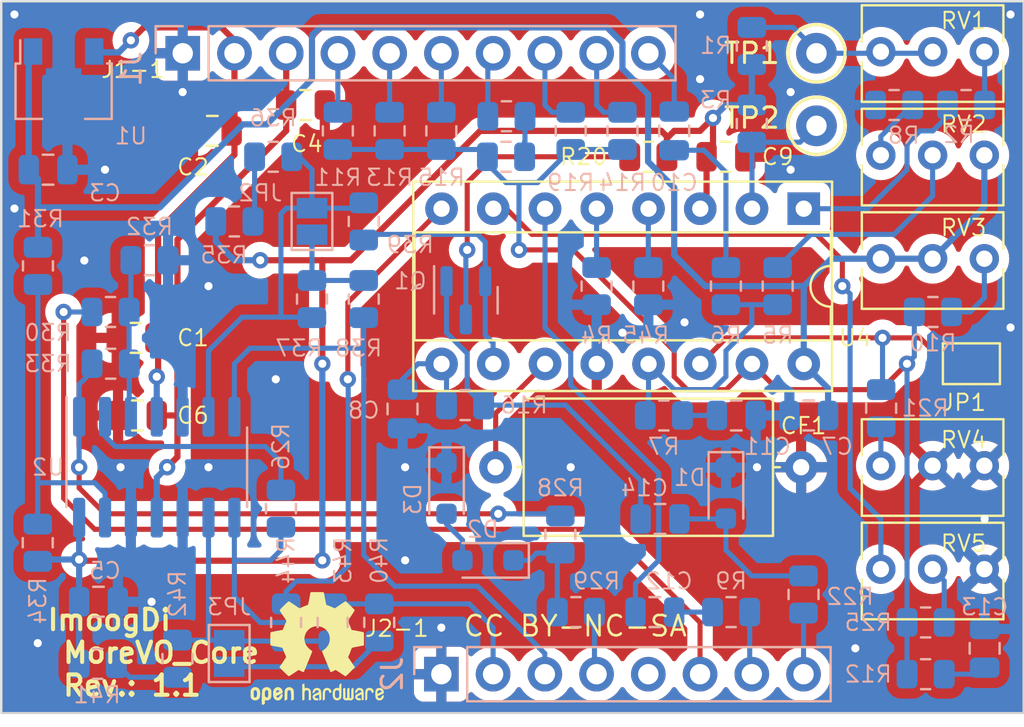
<source format=kicad_pcb>
(kicad_pcb (version 20221018) (generator pcbnew)
  (title_block (title "MoreVO-Core") (date "2024-07-09") (rev "1.1") (company "ImoogDi") (comment 1 "CC BY-NC-SA"))
  (layers (0 "F.Cu" signal) (31 "B.Cu" signal) (34 "B.Paste" user) (35 "F.Paste" user) (36 "B.SilkS" user "B.Silkscreen") (37 "F.SilkS" user "F.Silkscreen") (38 "B.Mask" user) (39 "F.Mask" user) (44 "Edge.Cuts" user))
  (net 0 "")
  (net 1 "Net-(C10-Pad1)")
  (net 2 "/Input_Conditioner/Linear FM In")
  (net 3 "GND")
  (net 4 "Net-(C11-Pad2)")
  (net 5 "Net-(C12-Pad1)")
  (net 6 "Net-(C13-Pad2)")
  (net 7 "/Input_Conditioner/Hard Sync")
  (net 8 "/Uref")
  (net 9 "-5V")
  (net 10 "+12V")
  (net 11 "-12V")
  (net 12 "+10V")
  (net 13 "Net-(D2-K)")
  (net 14 "Net-(U4-CAP)")
  (net 15 "Sync_Soft")
  (net 16 "/Output_Conditioner/Puls_Out")
  (net 17 "Net-(D2-A)")
  (net 18 "Net-(U2A--)")
  (net 19 "/Input_Conditioner/Tune")
  (net 20 "/Input_Conditioner/Tune2")
  (net 21 "/Input_Conditioner/1V{slash}Oct.")
  (net 22 "/Input_Conditioner/Oct.1")
  (net 23 "/Input_Conditioner/Oct.2")
  (net 24 "/Input_Conditioner/FM Log")
  (net 25 "/Output_Conditioner/TRI_Out")
  (net 26 "/Output_Conditioner/SAW_Out")
  (net 28 "/Output_Conditioner/PWM_CTRL")
  (net 29 "Sync_Hard")
  (net 30 "/Input_Conditioner/Scale")
  (net 31 "Net-(JP2-A)")
  (net 32 "Net-(JP2-B)")
  (net 33 "Net-(JP3-A)")
  (net 34 "Net-(JP3-B)")
  (net 35 "TRI")
  (net 36 "Net-(Q1-C)")
  (net 37 "Net-(R1-Pad2)")
  (net 38 "/Input_Conditioner/Scale Adj. 2")
  (net 39 "Net-(R2-Pad1)")
  (net 40 "/Input_Conditioner/Scale Adj. 1")
  (net 41 "Net-(R5-Pad1)")
  (net 42 "/Input_Conditioner/Linear FM")
  (net 43 "Net-(R8-Pad2)")
  (net 44 "Net-(R10-Pad1)")
  (net 45 "Net-(R17-Pad2)")
  (net 46 "Freq. Control")
  (net 47 "Net-(R21-Pad1)")
  (net 48 "/Output_Conditioner/SAW")
  (net 49 "Net-(R25-Pad1)")
  (net 50 "/Input_Conditioner/PWM Control")
  (net 51 "Net-(R28-Pad1)")
  (net 52 "/Input_Conditioner/High Freq Track")
  (net 53 "Net-(U2A-+)")
  (net 54 "Net-(U2D--)")
  (net 55 "/Output_Conditioner/Puls")
  (net 56 "Net-(R35-Pad2)")
  (net 57 "Net-(R41-Pad2)")
  (net 58 "Net-(Q1-B)")
  (net 59 "Net-(D1-A)")
  (footprint "Capacitor_SMD:C_0805_2012Metric" (layer "F.Cu") (at 162.56 58.42 180)
    (fp_text reference "C9")
    (fp_text value "100nF" hide)
  )
  (footprint "Potentiometer_THT:Potentiometer_Bourns_3266Y_Vertical" (layer "F.Cu") (at 175.245 78.665)
    (fp_text reference "RV5")
    (fp_text value "20K" hide)
  )
  (footprint "Capacitor_SMD:C_0805_2012Metric" (layer "F.Cu") (at 133.67 71.12 180)
    (fp_text reference "C6")
    (fp_text value "100nF" hide)
  )
  (footprint "Potentiometer_THT:Potentiometer_Bourns_3266Y_Vertical" (layer "F.Cu") (at 175.245 53.265)
    (fp_text reference "RV1")
    (fp_text value "10K" hide)
  )
  (footprint "TestPoint:TestPoint_Keystone_5000-5004_Miniature" (layer "F.Cu") (at 167.005 56.9)
    (fp_text reference "TP2")
    (fp_text value "TestPoint" hide)
  )
  (footprint "Symbol:OSHW-Logo2_7.3x6mm_SilkScreen" (layer "F.Cu") (at 142.494 82.55)
    (fp_text reference "REF**" hide)
    (fp_text value "OSHW-Logo2_7.3x6mm_SilkScreen" hide)
  )
  (footprint "Potentiometer_THT:Potentiometer_Bourns_3266Y_Vertical" (layer "F.Cu") (at 175.245 73.585)
    (fp_text reference "RV4")
    (fp_text value "500" hide)
  )
  (footprint "Resistor_SMD:R_0805_2012Metric" (layer "F.Cu") (at 158.75 58.42 180)
    (fp_text reference "R20")
    (fp_text value "100" hide)
  )
  (footprint "TestPoint:TestPoint_Keystone_5000-5004_Miniature" (layer "F.Cu") (at 167.005 53.34)
    (fp_text reference "TP1")
    (fp_text value "TestPoint" hide)
  )
  (footprint "Jumper:SolderJumper-2_P1.3mm_Open_Pad1.0x1.5mm" (layer "F.Cu") (at 174.61 68.58)
    (fp_text reference "JP1")
    (fp_text value "Jumper_2_Open" hide)
  )
  (footprint "Capacitor_SMD:C_0805_2012Metric" (layer "F.Cu") (at 137.348 57.15)
    (fp_text reference "C2")
    (fp_text value "1000nF" hide)
  )
  (footprint "Capacitor_THT:C_Axial_L12.0mm_D6.5mm_P15.00mm_Horizontal" (layer "F.Cu") (at 151.25 73.66)
    (fp_text reference "CF1")
    (fp_text value "1nF" hide)
  )
  (footprint "Potentiometer_THT:Potentiometer_Bourns_3266Y_Vertical" (layer "F.Cu") (at 175.245 63.425)
    (fp_text reference "RV3")
    (fp_text value "100K" hide)
  )
  (footprint "Package_DIP:DIP-16_W7.62mm_Socket" (layer "F.Cu") (at 166.38 60.97 -90)
    (fp_text reference "U4")
    (fp_text value "AS3340" hide)
  )
  (footprint "Potentiometer_THT:Potentiometer_Bourns_3266Y_Vertical" (layer "F.Cu") (at 175.245 58.345)
    (fp_text reference "RV2")
    (fp_text value "10K" hide)
  )
  (footprint "Capacitor_SMD:C_0805_2012Metric" (layer "F.Cu") (at 141.92 55.88 180)
    (fp_text reference "C4")
    (fp_text value "330nF" hide)
  )
  (footprint "Capacitor_SMD:C_0805_2012Metric" (layer "F.Cu") (at 133.604 67.31)
    (fp_text reference "C1")
    (fp_text value "100nF" hide)
  )
  (footprint "Capacitor_SMD:C_0805_2012Metric" (layer "B.Cu") (at 159.07 80.772 180)
    (fp_text reference "C12")
    (fp_text value "1nF" hide)
  )
  (footprint "Resistor_SMD:R_0805_2012Metric" (layer "B.Cu") (at 166.37 79.9065 90)
    (fp_text reference "R22")
    (fp_text value "10K" hide)
  )
  (footprint "Resistor_SMD:R_0805_2012Metric" (layer "B.Cu") (at 143.51 57.15 -90)
    (fp_text reference "R11")
    (fp_text value "100K 0.1%" hide)
  )
  (footprint "Resistor_SMD:R_0805_2012Metric" (layer "B.Cu") (at 157.48 57.15 -90)
    (fp_text reference "R14")
    (fp_text value "100K 0.1%" hide)
  )
  (footprint "Resistor_SMD:R_0805_2012Metric" (layer "B.Cu") (at 144.78 65.405 -90)
    (fp_text reference "R38")
    (fp_text value "150K" hide)
  )
  (footprint "Resistor_SMD:R_0805_2012Metric" (layer "B.Cu") (at 132.35 66.04)
    (fp_text reference "R30")
    (fp_text value "10K" hide)
  )
  (footprint "Resistor_SMD:R_0805_2012Metric" (layer "B.Cu") (at 170.18 70.7625 90)
    (fp_text reference "R21")
    (fp_text value "1.5K" hide)
  )
  (footprint "Resistor_SMD:R_0805_2012Metric" (layer "B.Cu") (at 170.815 55.88)
    (fp_text reference "R8")
    (fp_text value "20K" hide)
  )
  (footprint "Resistor_SMD:R_0805_2012Metric" (layer "B.Cu") (at 163.83 56.7925 -90)
    (fp_text reference "R3")
    (fp_text value "5.6K" hide)
  )
  (footprint "Resistor_SMD:R_0805_2012Metric" (layer "B.Cu") (at 140.335 58.42)
    (fp_text reference "R36")
    (fp_text value "150K" hide)
  )
  (footprint "Capacitor_SMD:C_0805_2012Metric" (layer "B.Cu") (at 159.324 76.2)
    (fp_text reference "C14")
    (fp_text value "220pF" hide)
  )
  (footprint "Resistor_SMD:R_0805_2012Metric" (layer "B.Cu") (at 159.512 71.12 180)
    (fp_text reference "R7")
    (fp_text value "470" hide)
  )
  (footprint "Package_TO_SOT_SMD:SOT-23" (layer "B.Cu") (at 149.794 65.466 -90)
    (fp_text reference "Q1")
    (fp_text value "MMBT3906" hide)
  )
  (footprint "Resistor_SMD:R_0805_2012Metric" (layer "B.Cu") (at 174.3475 55.88 180)
    (fp_text reference "R2")
    (fp_text value "20K" hide)
  )
  (footprint "Resistor_SMD:R_0805_2012Metric" (layer "B.Cu") (at 135.636 83.058 90)
    (fp_text reference "R42")
    (fp_text value "0R" hide)
  )
  (footprint "Resistor_SMD:R_0805_2012Metric" (layer "B.Cu") (at 131.7225 83.312)
    (fp_text reference "R41")
    (fp_text value "150K" hide)
  )
  (footprint "Resistor_SMD:R_0805_2012Metric" (layer "B.Cu") (at 144.78 61.595 90)
    (fp_text reference "R39")
    (fp_text value "100K" hide)
  )
  (footprint "Resistor_SMD:R_0805_2012Metric" (layer "B.Cu") (at 172.3625 81.28 180)
    (fp_text reference "R25")
    (fp_text value "1M" hide)
  )
  (footprint "Resistor_SMD:R_0805_2012Metric" (layer "B.Cu") (at 148.59 57.15 -90)
    (fp_text reference "R15")
    (fp_text value "100K 0.1%" hide)
  )
  (footprint "Diode_SMD:D_SOD-323_HandSoldering" (layer "B.Cu") (at 150.876 78.232 180)
    (fp_text reference "D2")
    (fp_text value "BZX 384 4.7V" hide)
  )
  (footprint "Resistor_SMD:R_0805_2012Metric" (layer "B.Cu") (at 128.778 77.3665 -90)
    (fp_text reference "R34")
    (fp_text value "10K" hide)
  )
  (footprint "Resistor_SMD:R_0805_2012Metric" (layer "B.Cu") (at 155.194 80.772)
    (fp_text reference "R29")
    (fp_text value "1K" hide)
  )
  (footprint "Resistor_SMD:R_0805_2012Metric" (layer "B.Cu") (at 143.256 81.28 90)
    (fp_text reference "R43")
    (fp_text value "150K" hide)
  )
  (footprint "Package_TO_SOT_SMD:SOT-89-3" (layer "B.Cu") (at 130.048 55.2025 -90)
    (fp_text reference "U1")
    (fp_text value "MCP1804x-1802xDB" hide)
  )
  (footprint "Resistor_SMD:R_0805_2012Metric" (layer "B.Cu") (at 128.788733 63.7775 -90)
    (fp_text reference "R31")
    (fp_text value "20K" hide)
  )
  (footprint "Resistor_SMD:R_0805_2012Metric" (layer "B.Cu") (at 138.43 61.595)
    (fp_text reference "R35")
    (fp_text value "150K" hide)
  )
  (footprint "Capacitor_SMD:C_0805_2012Metric" (layer "B.Cu") (at 129.286 59.055 180)
    (fp_text reference "C3")
    (fp_text value "1000nF" hide)
  )
  (footprint "Resistor_SMD:R_0805_2012Metric" (layer "B.Cu") (at 142.24 65.405 90)
    (fp_text reference "R37")
    (fp_text value "150K" hide)
  )
  (footprint "Capacitor_SMD:C_0805_2012Metric" (layer "B.Cu") (at 146.685 70.8 90)
    (fp_text reference "C8")
    (fp_text value "100nF" hide)
  )
  (footprint "Resistor_SMD:R_0805_2012Metric" (layer "B.Cu") (at 165.1 64.77 -90)
    (fp_text reference "R5")
    (fp_text value "1M" hide)
  )
  (footprint "Resistor_SMD:R_0805_2012Metric" (layer "B.Cu") (at 151.7835 56.4312)
    (fp_text reference "R17" hide)
    (fp_text value "100K 0.1%" hide)
  )
  (footprint "Resistor_SMD:R_0805_2012Metric" (layer "B.Cu") (at 172.72 66.04 180)
    (fp_text reference "R10")
    (fp_text value "120K" hide)
  )
  (footprint "Capacitor_SMD:C_0805_2012Metric" (layer "B.Cu") (at 163.068 71.12 180)
    (fp_text reference "C11")
    (fp_text value "10nF" hide)
  )
  (footprint "Resistor_SMD:R_0805_2012Metric" (layer "B.Cu") (at 172.3625 83.82 180)
    (fp_text reference "R12")
    (fp_text value "470" hide)
  )
  (footprint "Capacitor_SMD:C_0805_2012Metric" (layer "B.Cu") (at 166.624 71.12)
    (fp_text reference "C7")
    (fp_text value "100nF" hide)
  )
  (footprint "Resistor_SMD:R_0805_2012Metric" (layer "B.Cu") (at 162.56 64.77 90)
    (fp_text reference "R6")
    (fp_text value "1M" hide)
  )
  (footprint "Resistor_SMD:R_0805_2012Metric" (layer "B.Cu") (at 132.3575 68.58)
    (fp_text reference "R33")
    (fp_text value "1M" hide)
  )
  (footprint "Jumper:SolderJumper-2_P1.3mm_Open_Pad1.0x1.5mm" (layer "B.Cu") (at 138.176 82.804 90)
    (fp_text reference "JP3")
    (fp_text value "Jumper_2_Open" hide)
  )
  (footprint "Resistor_SMD:R_0805_2012Metric" (layer "B.Cu") (at 156.21 64.77 90)
    (fp_text reference "R4")
    (fp_text value "10K" hide)
  )
  (footprint "Diode_SMD:D_SOD-323_HandSoldering" (layer "B.Cu") (at 162.56 74.93 -90)
    (fp_text reference "D1")
    (fp_text value "1N4148" hide)
  )
  (footprint "Resistor_SMD:R_0805_2012Metric" (layer "B.Cu") (at 149.7565 70.612 180)
    (fp_text reference "R16")
    (fp_text value "47K" hide)
  )
  (footprint "Capacitor_SMD:C_0805_2012Metric" (layer "B.Cu") (at 175.26 82.55 -90)
    (fp_text reference "C13")
    (fp_text value "10nF" hide)
  )
  (footprint "Resistor_SMD:R_0805_2012Metric" (layer "B.Cu") (at 163.83 52.9825 90)
    (fp_text reference "R1")
    (fp_text value "5.6K" hide)
  )
  (footprint "Resistor_SMD:R_0805_2012Metric" (layer "B.Cu") (at 140.716 75.692 90)
    (fp_text reference "R26")
    (fp_text value "10K" hide)
  )
  (footprint "Capacitor_SMD:C_0805_2012Metric" (layer "B.Cu") (at 160.02 57.15 90)
    (fp_text reference "C10")
    (fp_text value "100nF" hide)
  )
  (footprint "Resistor_SMD:R_0805_2012Metric" (layer "B.Cu") (at 151.765 58.42 180)
    (fp_text reference "R18" hide)
    (fp_text value "100K 0.1%" hide)
  )
  (footprint "Diode_SMD:D_SOD-323_HandSoldering" (layer "B.Cu") (at 148.844 74.696 -90)
    (fp_text reference "D3")
    (fp_text value "BZX 384 4.7V" hide)
  )
  (footprint "Resistor_SMD:R_0805_2012Metric" (layer "B.Cu") (at 146.05 57.15 -90)
    (fp_text reference "R13")
    (fp_text value "100K 0.1%" hide)
  )
  (footprint "Resistor_SMD:R_0805_2012Metric" (layer "B.Cu") (at 140.97 81.28 -90)
    (fp_text reference "R44")
    (fp_text value "100K" hide)
  )
  (footprint "Resistor_SMD:R_0805_2012Metric" (layer "B.Cu") (at 145.542 81.28 90)
    (fp_text reference "R40")
    (fp_text value "150K" hide)
  )
  (footprint "Resistor_SMD:R_0805_2012Metric" (layer "B.Cu") (at 162.814 80.772 180)
    (fp_text reference "R9")
    (fp_text value "1K" hide)
  )
  (footprint "Resistor_SMD:R_0805_2012Metric" (layer "B.Cu") (at 154.94 57.15 -90)
    (fp_text reference "R19")
    (fp_text value "100K 0.1%" hide)
  )
  (footprint "Resistor_SMD:R_0805_2012Metric" (layer "B.Cu") (at 154.432 76.962 -90)
    (fp_text reference "R28")
    (fp_text value "10K" hide)
  )
  (footprint "Resistor_SMD:R_0805_2012Metric" (layer "B.Cu") (at 158.75 64.77 -90)
    (fp_text reference "R45")
    (fp_text value "51K" hide)
  )
  (footprint "Connector_PinHeader_2.54mm:PinHeader_1x10_P2.54mm_Vertical" (layer "B.Cu") (at 135.895 53.34 -90)
    (fp_text reference "J1")
    (fp_text value "Conn_01x10" hide)
  )
  (footprint "Package_SO:SOIC-14_3.9x8.7mm_P1.27mm" (layer "B.Cu") (at 134.62 73.66 -90)
    (fp_text reference "U2")
    (fp_text value "TL074" hide)
  )
  (footprint "Capacitor_SMD:C_0805_2012Metric" (layer "B.Cu") (at 131.76 80.264 180)
    (fp_text reference "C5")
    (fp_text value "100nF" hide)
  )
  (footprint "Jumper:SolderJumper-2_P1.3mm_Open_Pad1.0x1.5mm" (layer "B.Cu") (at 142.24 61.595 90)
    (fp_text reference "JP2")
    (fp_text value "Jumper_2_Open" hide)
  )
  (footprint "Resistor_SMD:R_0805_2012Metric" (layer "B.Cu") (at 134.2625 63.5 180)
    (fp_text reference "R32")
    (fp_text value "100K" hide)
  )
  (footprint "Connector_PinHeader_2.54mm:PinHeader_1x08_P2.54mm_Vertical" (layer "B.Cu") (at 148.59 83.82 -90)
    (fp_text reference "J2")
    (fp_text value "Conn_01x08" hide)
  )
  (gr_line (start 177.165 50.8) (end 177.165 85.725) (stroke (width 0.1)) (layer "Edge.Cuts"))
  (gr_line (start 127 85.725) (end 127 50.8) (stroke (width 0.1)) (layer "Edge.Cuts"))
  (gr_line (start 127 50.8) (end 177.165 50.8) (stroke (width 0.1)) (layer "Edge.Cuts"))
  (gr_line (start 177.165 85.725) (end 127 85.725) (stroke (width 0.1)) (layer "Edge.Cuts"))
  (gr_text "CC BY-NC-SA" (at 149.606 82.042) (layer "F.SilkS") (effects (font (size 1 1) (thickness 0.125)) (justify left bottom)))
  (gr_text "ImoogDi\n MoreVO_Core\n Rev.: 1.1" (at 129.159 84.963) (layer "F.SilkS") (effects (font (size 1 1) (thickness 0.2) bold) (justify left bottom)))
  (gr_text "J2-1" (at 144.78 82.042) (layer "F.SilkS") (effects (font (size 0.8 0.8) (thickness 0.1)) (justify left bottom)))
  (gr_text "J1-1" (at 131.826 54.61) (layer "F.SilkS") (effects (font (size 0.8 0.8) (thickness 0.1)) (justify left bottom)))
  (segment (start 161.478 58.1) (end 160.02 58.1) (width 0.25) (layer "B.Cu") (net 1))
  (segment (start 162.56 59.182) (end 161.478 58.1) (width 0.25) (layer "B.Cu") (net 1))
  (segment (start 162.56 63.8575) (end 162.56 59.182) (width 0.25) (layer "B.Cu") (net 1))
  (segment (start 160.02 56.2) (end 160.02 54.605) (width 0.25) (layer "B.Cu") (net 2))
  (segment (start 160.02 54.605) (end 158.755 53.34) (width 0.25) (layer "B.Cu") (net 2))
  (via (at 157.48 67.056) (size 0.8) (drill 0.4) (layers "F.Cu" "B.Cu") (net 3))
  (via (at 175.26 76.2) (size 0.8) (drill 0.4) (layers "F.Cu" "B.Cu") (net 3))
  (via (at 135.89 55.245) (size 0.8) (drill 0.4) (layers "F.Cu" "B.Cu") (net 3))
  (via (at 127.635 51.435) (size 0.8) (drill 0.4) (layers "F.Cu" "B.Cu") (net 3))
  (via (at 161.29 54.61) (size 0.8) (drill 0.4) (layers "F.Cu" "B.Cu") (net 3))
  (via (at 134.366 80.264) (size 0.8) (drill 0.4) (layers "F.Cu" "B.Cu") (net 3))
  (via (at 161.29 51.435) (size 0.8) (drill 0.4) (layers "F.Cu" "B.Cu") (net 3))
  (via (at 165.735 59.055) (size 0.8) (drill 0.4) (layers "F.Cu" "B.Cu") (net 3))
  (via (at 137.16 73.66) (size 0.8) (drill 0.4) (layers "F.Cu" "B.Cu") (net 3))
  (via (at 176.53 66.802) (size 0.8) (drill 0.4) (layers "F.Cu" "B.Cu") (net 3))
  (via (at 128.778 82.296) (size 0.8) (drill 0.4) (layers "F.Cu" "B.Cu") (net 3))
  (via (at 160.528 66.548) (size 0.8) (drill 0.4) (layers "F.Cu" "B.Cu") (net 3))
  (via (at 168.91 82.55) (size 0.8) (drill 0.4) (layers "F.Cu" "B.Cu") (net 3))
  (via (at 127.635 60.96) (size 0.8) (drill 0.4) (layers "F.Cu" "B.Cu") (net 3))
  (via (at 148.59 81.534) (size 0.8) (drill 0.4) (layers "F.Cu" "B.Cu") (net 3))
  (via (at 132.842 73.66) (size 0.8) (drill 0.4) (layers "F.Cu" "B.Cu") (net 3))
  (via (at 132.08 59.055) (size 0.8) (drill 0.4) (layers "F.Cu" "B.Cu") (net 3))
  (via (at 165.735 55.245) (size 0.8) (drill 0.4) (layers "F.Cu" "B.Cu") (net 3))
  (via (at 146.812 73.66) (size 0.8) (drill 0.4) (layers "F.Cu" "B.Cu") (net 3))
  (via (at 154.94 73.66) (size 0.8) (drill 0.4) (layers "F.Cu" "B.Cu") (net 3))
  (via (at 176.53 51.435) (size 0.8) (drill 0.4) (layers "F.Cu" "B.Cu") (net 3))
  (via (at 131.064 63.513413) (size 0.8) (drill 0.4) (layers "F.Cu" "B.Cu") (net 3))
  (via (at 146.812 78.232) (size 0.8) (drill 0.4) (layers "F.Cu" "B.Cu") (net 3))
  (via (at 164.084 73.66) (size 0.8) (drill 0.4) (layers "F.Cu" "B.Cu") (net 3))
  (via (at 140.462 69.342) (size 0.8) (drill 0.4) (layers "F.Cu" "B.Cu") (net 3))
  (via (at 137.16 64.77) (size 0.8) (drill 0.4) (layers "F.Cu" "B.Cu") (net 3))
  (segment (start 133.35 76.135) (end 133.35 76.2) (width 0.25) (layer "B.Cu") (net 3))
  (segment (start 133.35 76.135) (end 133.35 74.168) (width 0.25) (layer "B.Cu") (net 3))
  (segment (start 133.35 74.168) (end 132.842 73.66) (width 0.25) (layer "B.Cu") (net 3))
  (segment (start 160.4245 71.12) (end 162.118 71.12) (width 0.25) (layer "B.Cu") (net 4))
  (segment (start 160.02 80.772) (end 161.9015 80.772) (width 0.25) (layer "B.Cu") (net 5))
  (segment (start 173.275 83.82) (end 174.94 83.82) (width 0.25) (layer "B.Cu") (net 6))
  (segment (start 174.94 83.82) (end 175.26 83.5) (width 0.25) (layer "B.Cu") (net 6))
  (segment (start 158.12 79.37) (end 159.258 78.232) (width 0.25) (layer "B.Cu") (net 7))
  (segment (start 159.258 78.232) (end 159.258 73.9465) (width 0.25) (layer "B.Cu") (net 7))
  (segment (start 154.94 69.6285) (end 154.94 68.072) (width 0.25) (layer "B.Cu") (net 7))
  (segment (start 159.258 73.9465) (end 154.94 69.6285) (width 0.25) (layer "B.Cu") (net 7))
  (segment (start 153.68 66.812) (end 153.68 60.97) (width 0.25) (layer "B.Cu") (net 7))
  (segment (start 158.12 80.772) (end 158.12 79.37) (width 0.25) (layer "B.Cu") (net 7))
  (segment (start 154.94 68.072) (end 153.68 66.812) (width 0.25) (layer "B.Cu") (net 7))
  (segment (start 148.844 70.612) (end 148.844 68.834) (width 0.25) (layer "B.Cu") (net 8))
  (segment (start 148.844 68.834) (end 148.6 68.59) (width 0.25) (layer "B.Cu") (net 8))
  (segment (start 148.59 68.58) (end 148.6 68.59) (width 0.25) (layer "B.Cu") (net 8))
  (segment (start 147.447 68.58) (end 148.59 68.58) (width 0.25) (layer "B.Cu") (net 8))
  (segment (start 146.685 69.342) (end 147.447 68.58) (width 0.25) (layer "B.Cu") (net 8))
  (segment (start 146.685 69.85) (end 146.685 69.342) (width 0.25) (layer "B.Cu") (net 8))
  (segment (start 161.925 56.515) (end 161.925 58.105) (width 0.3048) (layer "F.Cu") (net 9))
  (segment (start 142.748 68.58) (end 142.748 63.5) (width 0.3048) (layer "F.Cu") (net 9))
  (segment (start 130.87 78.25) (end 142.73 78.25) (width 0.3048) (layer "F.Cu") (net 9))
  (segment (start 159.6625 57.4275) (end 159.6625 58.42) (width 0.3048) (layer "F.Cu") (net 9))
  (segment (start 159.385 57.15) (end 159.6625 57.4275) (width 0.3048) (layer "F.Cu") (net 9))
  (segment (start 144.145 63.5) (end 150.495 57.15) (width 0.3048) (layer "F.Cu") (net 9))
  (segment (start 139.7 63.5) (end 142.24 63.5) (width 0.3048) (layer "F.Cu") (net 9))
  (segment (start 161.61 58.42) (end 161.61 60.66) (width 0.3048) (layer "F.Cu") (net 9))
  (segment (start 161.29 57.15) (end 161.925 56.515) (width 0.3048) (layer "F.Cu") (net 9))
  (segment (start 161.925 58.105) (end 161.61 58.42) (width 0.3048) (layer "F.Cu") (net 9))
  (segment (start 161.61 60.66) (end 161.3 60.97) (width 0.3048) (layer "F.Cu") (net 9))
  (segment (start 159.7425 57.4275) (end 160.02 57.15) (width 0.3048) (layer "F.Cu") (net 9))
  (segment (start 160.02 57.15) (end 161.29 57.15) (width 0.3048) (layer "F.Cu") (net 9))
  (segment (start 159.6625 57.4275) (end 159.7425 57.4275) (width 0.3048) (layer "F.Cu") (net 9))
  (segment (start 130.81 78.19) (end 130.87 78.25) (width 0.3048) (layer "F.Cu") (net 9))
  (segment (start 142.24 63.5) (end 144.145 63.5) (width 0.3048) (layer "F.Cu") (net 9))
  (segment (start 150.495 57.15) (end 159.385 57.15) (width 0.3048) (layer "F.Cu") (net 9))
  (segment (start 142.73 78.25) (end 142.748 78.232) (width 0.3048) (layer "F.Cu") (net 9))
  (via (at 139.7 63.5) (size 0.8) (drill 0.4) (layers "F.Cu" "B.Cu") (net 9))
  (via (at 130.81 78.19) (size 0.8) (drill 0.4) (layers "F.Cu" "B.Cu") (net 9))
  (via (at 161.925 56.515) (size 0.8) (drill 0.4) (layers "F.Cu" "B.Cu") (net 9))
  (via (at 142.748 78.232) (size 0.8) (drill 0.4) (layers "F.Cu" "B.Cu") (net 9))
  (via (at 142.748 68.58) (size 0.8) (drill 0.4) (layers "F.Cu" "B.Cu") (net 9))
  (segment (start 163.83 53.895) (end 163.83 55.88) (width 0.3048) (layer "B.Cu") (net 9))
  (segment (start 138.4303 63.5) (end 139.7 63.5) (width 0.3048) (layer "B.Cu") (net 9))
  (segment (start 130.81 76.135) (end 130.81 78.19) (width 0.3048) (layer "B.Cu") (net 9))
  (segment (start 142.748 78.232) (end 142.748 68.58) (width 0.3048) (layer "B.Cu") (net 9))
  (segment (start 138.4303 63.5) (end 137.974 63.0437) (width 0.3048) (layer "B.Cu") (net 9))
  (segment (start 137.974 63.0437) (end 137.518 62.5875) (width 0.3048) (layer "B.Cu") (net 9))
  (segment (start 137.518 61.595) (end 137.5175 61.595) (width 0.3048) (layer "B.Cu") (net 9))
  (segment (start 163.83 55.88) (end 162.56 55.88) (width 0.3048) (layer "B.Cu") (net 9))
  (segment (start 137.518 62.5875) (end 137.518 61.595) (width 0.3048) (layer "B.Cu") (net 9))
  (segment (start 130.81 80.264) (end 130.81 83.312) (width 0.3048) (layer "B.Cu") (net 9))
  (segment (start 130.81 78.19) (end 130.81 80.264) (width 0.3048) (layer "B.Cu") (net 9))
  (segment (start 162.56 55.88) (end 161.925 56.515) (width 0.3048) (layer "B.Cu") (net 9))
  (segment (start 128.867 78.19) (end 128.778 78.279) (width 0.3048) (layer "B.Cu") (net 9))
  (segment (start 130.81 78.19) (end 128.867 78.19) (width 0.3048) (layer "B.Cu") (net 9))
  (segment (start 134.686 69.149) (end 134.62 69.215) (width 0.25) (layer "F.Cu") (net 10))
  (segment (start 134.75 69.085) (end 134.62 69.215) (width 0.3048) (layer "F.Cu") (net 10))
  (segment (start 138.435 52.71) (end 137.795 52.07) (width 0.3048) (layer "F.Cu") (net 10))
  (segment (start 134.686 67.31) (end 134.686 62.064) (width 0.3048) (layer "F.Cu") (net 10))
  (segment (start 138.43 53.34) (end 138.11 53.66) (width 0.3048) (layer "F.Cu") (net 10))
  (segment (start 137.795 52.07) (end 133.985 52.07) (width 0.3048) (layer "F.Cu") (net 10))
  (segment (start 138.435 53.34) (end 138.435 52.71) (width 0.3048) (layer "F.Cu") (net 10))
  (segment (start 134.686 67.31) (end 134.686 69.149) (width 0.3048) (layer "F.Cu") (net 10))
  (segment (start 133.985 52.07) (end 133.35 52.705) (width 0.3048) (layer "F.Cu") (net 10))
  (segment (start 138.435 53.34) (end 138.435 58.315) (width 0.3048) (layer "F.Cu") (net 10))
  (segment (start 134.686 62.064) (end 134.75 62) (width 0.25) (layer "F.Cu") (net 10))
  (segment (start 138.435 53.34) (end 138.43 53.34) (width 0.3048) (layer "F.Cu") (net 10))
  (segment (start 138.435 58.315) (end 134.75 62) (width 0.3048) (layer "F.Cu") (net 10))
  (via (at 133.35 52.705) (size 0.8) (drill 0.4) (layers "F.Cu" "B.Cu") (net 10))
  (via (at 134.62 69.215) (size 0.8) (drill 0.4) (layers "F.Cu" "B.Cu") (net 10))
  (segment (start 134.62 69.215) (end 134.62 71.185) (width 0.3048) (layer "B.Cu") (net 10))
  (segment (start 131.572 53.295) (end 132.76 53.295) (width 0.3048) (layer "B.Cu") (net 10))
  (segment (start 132.76 53.295) (end 133.35 52.705) (width 0.3048) (layer "B.Cu") (net 10))
  (segment (start 140.975 57.145) (end 140.975 53.34) (width 0.3048) (layer "F.Cu") (net 11))
  (segment (start 135.128 73.66) (end 135.636 73.152) (width 0.3048) (layer "F.Cu") (net 11))
  (segment (start 135.636 62.484) (end 140.975 57.145) (width 0.3048) (layer "F.Cu") (net 11))
  (segment (start 135.636 71.12) (end 134.62 71.12) (width 0.3048) (layer "F.Cu") (net 11))
  (segment (start 135.636 73.152) (end 135.636 62.484) (width 0.3048) (layer "F.Cu") (net 11))
  (via (at 135.128 73.66) (size 0.8) (drill 0.4) (layers "F.Cu" "B.Cu") (net 11))
  (segment (start 134.62 74.168) (end 134.62 76.135) (width 0.3048) (layer "B.Cu") (net 11))
  (segment (start 135.128 73.66) (end 134.62 74.168) (width 0.3048) (layer "B.Cu") (net 11))
  (segment (start 138.842988 56.829548) (end 134.769004 60.903532) (width 0.3048) (layer "B.Cu") (net 12))
  (segment (start 134.769004 60.903532) (end 128.788733 60.903532) (width 0.3048) (layer "B.Cu") (net 12))
  (segment (start 140.020452 56.829548) (end 138.842988 56.829548) (width 0.3048) (layer "B.Cu") (net 12))
  (segment (start 170.165 63.425) (end 172.705 63.425) (width 0.3048) (layer "B.Cu") (net 12))
  (segment (start 157.48 54.102) (end 157.48 52.8242) (width 0.3048) (layer "B.Cu") (net 12))
  (segment (start 160.02 59.9393) (end 158.738 58.6573) (width 0.3048) (layer "B.Cu") (net 12))
  (segment (start 167.574 69.784) (end 166.38 68.59) (width 0.3048) (layer "B.Cu") (net 12))
  (segment (start 160.02 63.246) (end 160.02 59.9393) (width 0.3048) (layer "B.Cu") (net 12))
  (segment (start 158.738 58.6573) (end 158.738 55.36) (width 0.3048) (layer "B.Cu") (net 12))
  (segment (start 128.788733 60.903532) (end 128.788733 62.865) (width 0.3048) (layer "B.Cu") (net 12))
  (segment (start 158.738 55.36) (end 157.48 54.102) (width 0.3048) (layer "B.Cu") (net 12))
  (segment (start 156.7258 52.07) (end 142.629106 52.07) (width 0.3048) (layer "B.Cu") (net 12))
  (segment (start 167.574 71.12) (end 167.574 69.784) (width 0.3048) (layer "B.Cu") (net 12))
  (segment (start 166.37 64.77) (end 161.544 64.77) (width 0.3048) (layer "B.Cu") (net 12))
  (segment (start 166.38 64.78) (end 166.37 64.77) (width 0.3048) (layer "B.Cu") (net 12))
  (segment (start 166.38 64.78) (end 166.38 68.59) (width 0.3048) (layer "B.Cu") (net 12))
  (segment (start 166.38 64.78) (end 167.66 63.5) (width 0.3048) (layer "B.Cu") (net 12))
  (segment (start 157.48 52.8242) (end 156.7258 52.07) (width 0.3048) (layer "B.Cu") (net 12))
  (segment (start 142.24 54.61) (end 140.020452 56.829548) (width 0.3048) (layer "B.Cu") (net 12))
  (segment (start 167.735 63.425) (end 170.165 63.425) (width 0.3048) (layer "B.Cu") (net 12))
  (segment (start 142.629106 52.07) (end 142.24 52.459106) (width 0.3048) (layer "B.Cu") (net 12))
  (segment (start 142.24 52.459106) (end 142.24 54.61) (width 0.3048) (layer "B.Cu") (net 12))
  (segment (start 128.336 59.055) (end 128.788733 59.507733) (width 0.25) (layer "B.Cu") (net 12))
  (segment (start 175.245 58.345) (end 175.245 60.885) (width 0.3048) (layer "B.Cu") (net 12))
  (segment (start 161.544 64.77) (end 160.02 63.246) (width 0.3048) (layer "B.Cu") (net 12))
  (segment (start 175.245 60.885) (end 172.705 63.425) (width 0.3048) (layer "B.Cu") (net 12))
  (segment (start 128.336 53.531) (end 128.572 53.295) (width 0.3048) (layer "B.Cu") (net 12))
  (segment (start 128.788733 59.507733) (end 128.788733 60.903532) (width 0.3048) (layer "B.Cu") (net 12))
  (segment (start 128.336 59.055) (end 128.336 53.531) (width 0.3048) (layer "B.Cu") (net 12))
  (segment (start 167.66 63.5) (end 167.735 63.425) (width 0.3048) (layer "B.Cu") (net 12))
  (segment (start 152.908 78.232) (end 153.2655 77.8745) (width 0.25) (layer "B.Cu") (net 13))
  (segment (start 153.2655 77.8745) (end 154.432 77.8745) (width 0.25) (layer "B.Cu") (net 13))
  (segment (start 154.2815 78.025) (end 154.2815 80.772) (width 0.25) (layer "B.Cu") (net 13))
  (segment (start 152.126 78.232) (end 152.908 78.232) (width 0.25) (layer "B.Cu") (net 13))
  (segment (start 154.432 77.8745) (end 154.2815 78.025) (width 0.25) (layer "B.Cu") (net 13))
  (segment (start 153.68 68.59) (end 151.257 71.013) (width 0.25) (layer "F.Cu") (net 14))
  (segment (start 151.257 71.013) (end 151.257 73.653) (width 0.25) (layer "F.Cu") (net 14))
  (segment (start 151.257 73.653) (end 151.25 73.66) (width 0.25) (layer "F.Cu") (net 14))
  (segment (start 166.37 80.819) (end 166.37 83.82) (width 0.25) (layer "B.Cu") (net 15))
  (segment (start 156.1065 80.772) (end 156.1065 83.7165) (width 0.25) (layer "B.Cu") (net 16))
  (segment (start 156.1065 83.7165) (end 156.21 83.82) (width 0.25) (layer "B.Cu") (net 16))
  (segment (start 148.844 75.946) (end 148.844 76.454) (width 0.25) (layer "B.Cu") (net 17))
  (segment (start 149.626 77.236) (end 149.626 78.232) (width 0.25) (layer "B.Cu") (net 17))
  (segment (start 148.844 76.454) (end 149.626 77.236) (width 0.25) (layer "B.Cu") (net 17))
  (segment (start 139.954 72.644) (end 140.716 73.406) (width 0.25) (layer "B.Cu") (net 18))
  (segment (start 140.716 73.406) (end 140.716 74.7795) (width 0.25) (layer "B.Cu") (net 18))
  (segment (start 132.08 71.185) (end 132.08 72.136) (width 0.25) (layer "B.Cu") (net 18))
  (segment (start 132.08 72.136) (end 132.588 72.644) (width 0.25) (layer "B.Cu") (net 18))
  (segment (start 132.588 72.644) (end 139.954 72.644) (width 0.25) (layer "B.Cu") (net 18))
  (segment (start 143.51 53.345) (end 143.515 53.34) (width 0.25) (layer "B.Cu") (net 19))
  (segment (start 143.51 56.2375) (end 143.51 53.345) (width 0.25) (layer "B.Cu") (net 19))
  (segment (start 146.05 53.345) (end 146.055 53.34) (width 0.25) (layer "B.Cu") (net 20))
  (segment (start 146.05 56.2375) (end 146.05 53.345) (width 0.25) (layer "B.Cu") (net 20))
  (segment (start 148.59 56.2375) (end 148.59 53.345) (width 0.25) (layer "B.Cu") (net 21))
  (segment (start 148.59 53.345) (end 148.595 53.34) (width 0.25) (layer "B.Cu") (net 21))
  (segment (start 150.871 56.4312) (end 150.871 53.604) (width 0.25) (layer "B.Cu") (net 22))
  (segment (start 150.871 53.604) (end 151.135 53.34) (width 0.25) (layer "B.Cu") (net 22))
  (segment (start 154.94 56.2375) (end 154.0275 56.2375) (width 0.25) (layer "B.Cu") (net 23))
  (segment (start 154.0275 56.2375) (end 153.675 55.885) (width 0.25) (layer "B.Cu") (net 23))
  (segment (start 153.675 55.885) (end 153.675 53.34) (width 0.25) (layer "B.Cu") (net 23))
  (segment (start 156.215 55.875) (end 156.215 53.34) (width 0.25) (layer "B.Cu") (net 24))
  (segment (start 157.48 56.2375) (end 156.5675 56.2375) (width 0.25) (layer "B.Cu") (net 24))
  (segment (start 156.21 55.88) (end 156.215 55.875) (width 0.25) (layer "B.Cu") (net 24))
  (segment (start 156.5675 56.2375) (end 156.21 55.88) (width 0.25) (layer "B.Cu") (net 24))
  (segment (start 139.192 67.818) (end 144.78 67.818) (width 0.25) (layer "B.Cu") (net 25))
  (segment (start 144.78 77.978) (end 146.304 79.502) (width 0.25) (layer "B.Cu") (net 25))
  (segment (start 146.304 79.502) (end 150.368 79.502) (width 0.25) (layer "B.Cu") (net 25))
  (segment (start 138.43 71.185) (end 138.43 68.58) (width 0.25) (layer "B.Cu") (net 25))
  (segment (start 153.67 82.804) (end 153.67 83.82) (width 0.25) (layer "B.Cu") (net 25))
  (segment (start 144.78 67.818) (end 144.78 77.978) (width 0.25) (layer "B.Cu") (net 25))
  (segment (start 144.78 66.3175) (end 144.78 67.818) (width 0.25) (layer "B.Cu") (net 25))
  (segment (start 138.43 68.58) (end 139.192 67.818) (width 0.25) (layer "B.Cu") (net 25))
  (segment (start 150.368 79.502) (end 153.67 82.804) (width 0.25) (layer "B.Cu") (net 25))
  (segment (start 142.8985 80.3675) (end 141.986 81.28) (width 0.25) (layer "B.Cu") (net 26))
  (segment (start 140.716 77.724) (end 140.208 78.232) (width 0.25) (layer "B.Cu") (net 26))
  (segment (start 140.716 76.6045) (end 140.716 77.724) (width 0.25) (layer "B.Cu") (net 26))
  (segment (start 139.7 81.28) (end 138.43 80.01) (width 0.25) (layer "B.Cu") (net 26))
  (segment (start 151.13 81.534) (end 149.9635 80.3675) (width 0.25) (layer "B.Cu") (net 26))
  (segment (start 138.43 80.01) (end 138.43 78.232) (width 0.25) (layer "B.Cu") (net 26))
  (segment (start 140.208 78.232) (end 138.43 78.232) (width 0.25) (layer "B.Cu") (net 26))
  (segment (start 141.986 81.28) (end 139.7 81.28) (width 0.25) (layer "B.Cu") (net 26))
  (segment (start 145.542 80.3675) (end 143.256 80.3675) (width 0.25) (layer "B.Cu") (net 26))
  (segment (start 149.9635 80.3675) (end 145.542 80.3675) (width 0.25) (layer "B.Cu") (net 26))
  (segment (start 138.43 78.232) (end 138.43 76.135) (width 0.25) (layer "B.Cu") (net 26))
  (segment (start 151.13 83.82) (end 151.13 81.534) (width 0.25) (layer "B.Cu") (net 26))
  (segment (start 143.256 80.3675) (end 142.8985 80.3675) (width 0.25) (layer "B.Cu") (net 26))
  (segment (start 161.29 81.28) (end 161.29 83.82) (width 0.25) (layer "F.Cu") (net 28))
  (segment (start 130.048 66.04) (end 130.048 75.184) (width 0.25) (layer "F.Cu") (net 28))
  (segment (start 156.718 76.708) (end 161.29 81.28) (width 0.25) (layer "F.Cu") (net 28))
  (segment (start 131.572 76.708) (end 156.718 76.708) (width 0.25) (layer "F.Cu") (net 28))
  (segment (start 130.048 75.184) (end 131.572 76.708) (width 0.25) (layer "F.Cu") (net 28))
  (via (at 130.048 66.04) (size 0.8) (drill 0.4) (layers "F.Cu" "B.Cu") (net 28))
  (segment (start 130.048 66.04) (end 131.4375 66.04) (width 0.25) (layer "B.Cu") (net 28))
  (segment (start 163.7265 80.772) (end 163.7265 83.7165) (width 0.25) (layer "B.Cu") (net 29))
  (segment (start 163.7265 83.7165) (end 163.83 83.82) (width 0.25) (layer "B.Cu") (net 29))
  (segment (start 161.3 68.59) (end 162.56 67.33) (width 0.25) (layer "F.Cu") (net 30))
  (segment (start 173.96 68.58) (end 173.355 68.58) (width 0.25) (layer "F.Cu") (net 30))
  (segment (start 162.56 67.33) (end 162.56 67.31) (width 0.25) (layer "F.Cu") (net 30))
  (segment (start 162.56 67.31) (end 170.247 67.31) (width 0.25) (layer "F.Cu") (net 30))
  (segment (start 172.085 67.31) (end 170.247 67.31) (width 0.25) (layer "F.Cu") (net 30))
  (segment (start 173.355 68.58) (end 172.085 67.31) (width 0.25) (layer "F.Cu") (net 30))
  (via (at 170.247 67.31) (size 0.8) (drill 0.4) (layers "F.Cu" "B.Cu") (net 30))
  (segment (start 170.247 67.31) (end 170.247 69.783) (width 0.25) (layer "B.Cu") (net 30))
  (segment (start 170.247 69.783) (end 170.18 69.85) (width 0.25) (layer "B.Cu") (net 30))
  (segment (start 142.24 64.318) (end 142.24 62.245) (width 0.25) (layer "B.Cu") (net 31))
  (segment (start 142.24 64.4925) (end 144.78 64.4925) (width 0.25) (layer "B.Cu") (net 31))
  (segment (start 142.24 66.3175) (end 142.2165 66.294) (width 0.25) (layer "B.Cu") (net 32))
  (segment (start 144.5175 60.945) (end 144.78 60.6825) (width 0.25) (layer "B.Cu") (net 32))
  (segment (start 138.811 66.294) (end 137.16 67.945) (width 0.25) (layer "B.Cu") (net 32))
  (segment (start 142.2165 66.294) (end 138.811 66.294) (width 0.25) (layer "B.Cu") (net 32))
  (segment (start 141.605 58.42) (end 142.24 59.055) (width 0.25) (layer "B.Cu") (net 32))
  (segment (start 137.16 67.945) (end 137.16 71.185) (width 0.25) (layer "B.Cu") (net 32))
  (segment (start 140.716 66.294) (end 140.716 61.214) (width 0.25) (layer "B.Cu") (net 32))
  (segment (start 140.716 61.214) (end 140.985 60.945) (width 0.25) (layer "B.Cu") (net 32))
  (segment (start 141.2475 58.42) (end 141.605 58.42) (width 0.25) (layer "B.Cu") (net 32))
  (segment (start 142.24 60.945) (end 144.5175 60.945) (width 0.25) (layer "B.Cu") (net 32))
  (segment (start 140.985 60.945) (end 142.24 60.945) (width 0.25) (layer "B.Cu") (net 32))
  (segment (start 142.24 59.055) (end 142.24 60.945) (width 0.25) (layer "B.Cu") (net 32))
  (segment (start 138.176 83.454) (end 144.257 83.454) (width 0.25) (layer "B.Cu") (net 33))
  (segment (start 144.257 83.454) (end 145.5185 82.1925) (width 0.25) (layer "B.Cu") (net 33))
  (segment (start 145.5185 82.1925) (end 145.542 82.1925) (width 0.25) (layer "B.Cu") (net 33))
  (segment (start 143.256 82.1925) (end 140.97 82.1925) (width 0.25) (layer "B.Cu") (net 34))
  (segment (start 137.16 76.135) (end 137.16 82.042) (width 0.25) (layer "B.Cu") (net 34))
  (segment (start 140.97 82.1925) (end 138.2145 82.1925) (width 0.25) (layer "B.Cu") (net 34))
  (segment (start 138.176 82.154) (end 135.6445 82.154) (width 0.25) (layer "B.Cu") (net 34))
  (segment (start 142.875 82.1925) (end 142.875 82.55) (width 0.25) (layer "B.Cu") (net 34))
  (segment (start 138.064 82.042) (end 138.176 82.154) (width 0.25) (layer "B.Cu") (net 34))
  (segment (start 138.2145 82.1925) (end 138.176 82.154) (width 0.25) (layer "B.Cu") (net 34))
  (segment (start 135.6445 82.154) (end 135.636 82.1455) (width 0.25) (layer "B.Cu") (net 34))
  (segment (start 151.13 67.564) (end 150.744 67.178) (width 0.25) (layer "B.Cu") (net 35))
  (segment (start 150.744 67.178) (end 150.744 64.5285) (width 0.25) (layer "B.Cu") (net 35))
  (segment (start 151.14 68.59) (end 151.13 68.58) (width 0.25) (layer "B.Cu") (net 35))
  (segment (start 150.368 62.23) (end 150.744 62.606) (width 0.25) (layer "B.Cu") (net 35))
  (segment (start 144.78 62.5075) (end 145.0575 62.23) (width 0.25) (layer "B.Cu") (net 35))
  (segment (start 150.744 62.606) (end 150.744 64.5285) (width 0.25) (layer "B.Cu") (net 35))
  (segment (start 151.13 68.58) (end 151.13 67.564) (width 0.25) (layer "B.Cu") (net 35))
  (segment (start 145.0575 62.23) (end 150.368 62.23) (width 0.25) (layer "B.Cu") (net 35))
  (segment (start 151.13 58.42) (end 157.8375 58.42) (width 0.25) (layer "F.Cu") (net 36))
  (segment (start 149.86 59.69) (end 151.13 58.42) (width 0.25) (layer "F.Cu") (net 36))
  (segment (start 149.86 62.992) (end 149.86 59.69) (width 0.25) (layer "F.Cu") (net 36))
  (via (at 149.86 62.992) (size 0.8) (drill 0.4) (layers "F.Cu" "B.Cu") (net 36))
  (segment (start 149.794 66.4035) (end 149.794 63.058) (width 0.25) (layer "B.Cu") (net 36))
  (segment (start 149.794 63.058) (end 149.86 62.992) (width 0.25) (layer "B.Cu") (net 36))
  (segment (start 167.132 53.34) (end 172.72 53.34) (width 0.25) (layer "B.Cu") (net 37))
  (segment (start 165.862 52.07) (end 167.132 53.34) (width 0.25) (layer "B.Cu") (net 37))
  (segment (start 163.83 52.07) (end 165.862 52.07) (width 0.25) (layer "B.Cu") (net 37))
  (segment (start 163.83 57.705) (end 166.2 57.705) (width 0.25) (layer "B.Cu") (net 38))
  (segment (start 163.84 60.97) (end 163.84 57.715) (width 0.25) (layer "B.Cu") (net 38))
  (segment (start 166.2 57.705) (end 167.005 56.9) (width 0.25) (layer "B.Cu") (net 38))
  (segment (start 163.84 57.715) (end 163.83 57.705) (width 0.25) (layer "B.Cu") (net 38))
  (segment (start 175.26 55.88) (end 175.26 53.28) (width 0.25) (layer "B.Cu") (net 39))
  (segment (start 175.26 53.28) (end 175.245 53.265) (width 0.25) (layer "B.Cu") (net 39))
  (segment (start 172.085 57.15) (end 171.45 57.785) (width 0.25) (layer "B.Cu") (net 40))
  (segment (start 172.72 57.15) (end 172.085 57.15) (width 0.25) (layer "B.Cu") (net 40))
  (segment (start 169.535 60.97) (end 166.38 60.97) (width 0.25) (layer "B.Cu") (net 40))
  (segment (start 173.435 56.435) (end 172.72 57.15) (width 0.25) (layer "B.Cu") (net 40))
  (segment (start 173.435 55.88) (end 173.435 56.435) (width 0.25) (layer "B.Cu") (net 40))
  (segment (start 171.45 59.055) (end 169.535 60.97) (width 0.25) (layer "B.Cu") (net 40))
  (segment (start 171.45 57.785) (end 171.45 59.055) (width 0.25) (layer "B.Cu") (net 40))
  (segment (start 170.815 62.23) (end 172.705 60.34) (width 0.25) (layer "B.Cu") (net 41))
  (segment (start 172.705 60.34) (end 172.705 58.345) (width 0.25) (layer "B.Cu") (net 41))
  (segment (start 166.7275 62.23) (end 170.815 62.23) (width 0.25) (layer "B.Cu") (net 41))
  (segment (start 165.1 63.8575) (end 166.7275 62.23) (width 0.25) (layer "B.Cu") (net 41))
  (segment (start 158.5995 71.0165) (end 158.76 70.856) (width 0.25) (layer "B.Cu") (net 42))
  (segment (start 163.83 65.6825) (end 163.83 66.675) (width 0.25) (layer "B.Cu") (net 42))
  (segment (start 162.56 65.6825) (end 163.83 65.6825) (width 0.25) (layer "B.Cu") (net 42))
  (segment (start 161.925 69.85) (end 160.02 69.85) (width 0.25) (layer "B.Cu") (net 42))
  (segment (start 160.02 69.85) (end 158.76 68.59) (width 0.25) (layer "B.Cu") (net 42))
  (segment (start 163.83 65.6825) (end 165.1 65.6825) (width 0.25) (layer "B.Cu") (net 42))
  (segment (start 158.76 70.856) (end 158.76 68.59) (width 0.25) (layer "B.Cu") (net 42))
  (segment (start 162.56 67.945) (end 162.56 69.215) (width 0.25) (layer "B.Cu") (net 42))
  (segment (start 163.83 66.675) (end 162.56 67.945) (width 0.25) (layer "B.Cu") (net 42))
  (segment (start 158.5995 71.12) (end 158.5995 71.0165) (width 0.25) (layer "B.Cu") (net 42))
  (segment (start 162.56 69.215) (end 161.925 69.85) (width 0.25) (layer "B.Cu") (net 42))
  (segment (start 170.165 57.419) (end 170.165 58.345) (width 0.25) (layer "B.Cu") (net 43))
  (segment (start 171.7275 55.88) (end 171.704 55.88) (width 0.25) (layer "B.Cu") (net 43))
  (segment (start 171.704 55.88) (end 170.165 57.419) (width 0.25) (layer "B.Cu") (net 43))
  (segment (start 173.6325 66.04) (end 174.545 66.04) (width 0.25) (layer "B.Cu") (net 44))
  (segment (start 175.245 65.34) (end 175.245 63.425) (width 0.25) (layer "B.Cu") (net 44))
  (segment (start 174.545 66.04) (end 175.245 65.34) (width 0.25) (layer "B.Cu") (net 44))
  (segment (start 152.696 58.5467) (end 152.696 58.2445) (width 0.25) (layer "B.Cu") (net 45))
  (segment (start 152.696 57.6401) (end 152.678 57.6586) (width 0.25) (layer "B.Cu") (net 45))
  (segment (start 152.6775 58.5282) (end 152.6775 58.42) (width 0.25) (layer "B.Cu") (net 45))
  (segment (start 152.696 58.5467) (end 152.6775 58.5282) (width 0.25) (layer "B.Cu") (net 45))
  (segment (start 152.678 58.263) (end 152.678 58.3415) (width 0.25) (layer "B.Cu") (net 45))
  (segment (start 152.696 57.6401) (end 152.696 56.4312) (width 0.25) (layer "B.Cu") (net 45))
  (segment (start 152.696 58.2445) (end 152.696 57.6401) (width 0.25) (layer "B.Cu") (net 45))
  (segment (start 152.696 58.2445) (end 152.678 58.263) (width 0.25) (layer "B.Cu") (net 45))
  (segment (start 152.678 57.6586) (end 152.678 58.0393) (width 0.25) (layer "B.Cu") (net 45))
  (segment (start 163.84 68.59) (end 165.1 69.85) (width 0.25) (layer "F.Cu") (net 46))
  (segment (start 165.1 69.85) (end 170.18 69.85) (width 0.25) (layer "F.Cu") (net 46))
  (segment (start 160.02 69.215) (end 160.655 69.85) (width 0.25) (layer "F.Cu") (net 46))
  (segment (start 162.58 69.85) (end 163.84 68.59) (width 0.25) (layer "F.Cu") (net 46))
  (segment (start 160.655 69.85) (end 162.58 69.85) (width 0.25) (layer "F.Cu") (net 46))
  (segment (start 152.4 62.992) (end 155.067 62.992) (width 0.25) (layer "F.Cu") (net 46))
  (segment (start 170.18 69.85) (end 171.45 68.58) (width 0.25) (layer "F.Cu") (net 46))
  (segment (start 155.067 62.992) (end 160.02 67.945) (width 0.25) (layer "F.Cu") (net 46))
  (segment (start 160.02 67.945) (end 160.02 69.215) (width 0.25) (layer "F.Cu") (net 46))
  (via (at 171.45 68.58) (size 0.8) (drill 0.4) (layers "F.Cu" "B.Cu") (net 46))
  (via (at 152.4 62.992) (size 0.8) (drill 0.4) (layers "F.Cu" "B.Cu") (net 46))
  (segment (start 171.45 81.28) (end 171.45 68.58) (width 0.25) (layer "B.Cu") (net 46))
  (segment (start 150.8525 58.42) (end 150.852 58.42) (width 0.25) (layer "B.Cu") (net 46))
  (segment (start 150.852 58.7775) (end 151.765 59.69) (width 0.25) (layer "B.Cu") (net 46))
  (segment (start 171.8075 68.2225) (end 171.8075 66.04) (width 0.25) (layer "B.Cu") (net 46))
  (segment (start 151.765 59.69) (end 152.4 59.69) (width 0.25) (layer "B.Cu") (net 46))
  (segment (start 150.852 58.42) (end 150.852 58.7775) (width 0.25) (layer "B.Cu") (net 46))
  (segment (start 150.495 58.0625) (end 150.852 58.42) (width 0.25) (layer "B.Cu") (net 46))
  (segment (start 146.05 58.0625) (end 148.59 58.0625) (width 0.25) (layer "B.Cu") (net 46))
  (segment (start 154.94 58.0625) (end 157.48 58.0625) (width 0.25) (layer "B.Cu") (net 46))
  (segment (start 152.4 59.69) (end 153.312 59.69) (width 0.25) (layer "B.Cu") (net 46))
  (segment (start 171.45 83.82) (end 171.45 81.28) (width 0.25) (layer "B.Cu") (net 46))
  (segment (start 152.4 62.992) (end 152.4 59.69) (width 0.25) (layer "B.Cu") (net 46))
  (segment (start 143.51 58.0625) (end 146.05 58.0625) (width 0.25) (layer "B.Cu") (net 46))
  (segment (start 153.312 59.69) (end 154.94 58.0625) (width 0.25) (layer "B.Cu") (net 46))
  (segment (start 171.45 68.58) (end 171.8075 68.2225) (width 0.25) (layer "B.Cu") (net 46))
  (segment (start 148.59 58.0625) (end 150.495 58.0625) (width 0.25) (layer "B.Cu") (net 46))
  (segment (start 170.165 71.69) (end 170.165 73.585) (width 0.25) (layer "B.Cu") (net 47))
  (segment (start 170.18 71.675) (end 170.165 71.69) (width 0.25) (layer "B.Cu") (net 47))
  (segment (start 144 69.342) (end 144 65.57) (width 0.25) (layer "F.Cu") (net 48))
  (segment (start 144 65.57) (end 148.6 60.97) (width 0.25) (layer "F.Cu") (net 48))
  (via (at 144 69.342) (size 0.8) (drill 0.4) (layers "F.Cu" "B.Cu") (net 48))
  (segment (start 144.018 69.36) (end 144.018 78.486) (width 0.25) (layer "B.Cu") (net 48))
  (segment (start 143.256 79.248) (end 141.478 79.248) (width 0.25) (layer "B.Cu") (net 48))
  (segment (start 141.478 79.248) (end 140.97 79.756) (width 0.25) (layer "B.Cu") (net 48))
  (segment (start 144 69.342) (end 144.018 69.36) (width 0.25) (layer "B.Cu") (net 48))
  (segment (start 144.018 78.486) (end 143.256 79.248) (width 0.25) (layer "B.Cu") (net 48))
  (segment (start 140.97 79.756) (end 140.97 80.3675) (width 0.25) (layer "B.Cu") (net 48))
  (segment (start 173.275 81.28) (end 173.275 79.235) (width 0.25) (layer "B.Cu") (net 49))
  (segment (start 173.275 79.235) (end 172.705 78.665) (width 0.25) (layer "B.Cu") (net 49))
  (segment (start 156.21 63.8575) (end 156.21 60.98) (width 0.25) (layer "B.Cu") (net 50))
  (segment (start 156.21 60.98) (end 156.22 60.97) (width 0.25) (layer "B.Cu") (net 50))
  (segment (start 130.81 74.676) (end 130.81 73.66) (width 0.25) (layer "F.Cu") (net 51))
  (segment (start 151.384 75.946) (end 132.08 75.946) (width 0.25) (layer "F.Cu") (net 51))
  (segment (start 132.08 75.946) (end 130.81 74.676) (width 0.25) (layer "F.Cu") (net 51))
  (via (at 130.81 73.66) (size 0.8) (drill 0.4) (layers "F.Cu" "B.Cu") (net 51))
  (via (at 151.384 75.946) (size 0.8) (drill 0.4) (layers "F.Cu" "B.Cu") (net 51))
  (segment (start 154.432 76.0495) (end 154.3285 75.946) (width 0.25) (layer "B.Cu") (net 51))
  (segment (start 130.81 71.185) (end 130.81 73.66) (width 0.25) (layer "B.Cu") (net 51))
  (segment (start 130.81 69.596) (end 130.81 71.185) (width 0.25) (layer "B.Cu") (net 51))
  (segment (start 131.445 68.961) (end 130.81 69.596) (width 0.25) (layer "B.Cu") (net 51))
  (segment (start 131.445 68.58) (end 131.445 68.961) (width 0.25) (layer "B.Cu") (net 51))
  (segment (start 154.3285 75.946) (end 151.384 75.946) (width 0.25) (layer "B.Cu") (net 51))
  (segment (start 151.755 60.97) (end 151.14 60.97) (width 0.25) (layer "F.Cu") (net 52))
  (segment (start 153.035 62.23) (end 151.765 60.96) (width 0.25) (layer "F.Cu") (net 52))
  (segment (start 168.275 64.77) (end 168.275 63.5) (width 0.25) (layer "F.Cu") (net 52))
  (segment (start 167.005 62.23) (end 153.035 62.23) (width 0.25) (layer "F.Cu") (net 52))
  (segment (start 151.765 60.96) (end 151.755 60.97) (width 0.25) (layer "F.Cu") (net 52))
  (segment (start 168.275 63.5) (end 167.005 62.23) (width 0.25) (layer "F.Cu") (net 52))
  (via (at 168.275 64.77) (size 0.8) (drill 0.4) (layers "F.Cu" "B.Cu") (net 52))
  (segment (start 168.656 65.151) (end 168.656 74.698959) (width 0.25) (layer "B.Cu") (net 52))
  (segment (start 170.165 76.207959) (end 170.165 78.665) (width 0.25) (layer "B.Cu") (net 52))
  (segment (start 168.275 64.77) (end 168.656 65.151) (width 0.25) (layer "B.Cu") (net 52))
  (segment (start 168.656 74.698959) (end 170.165 76.207959) (width 0.25) (layer "B.Cu") (net 52))
  (segment (start 133.2625 68.5725) (end 133.27 68.58) (width 0.25) (layer "B.Cu") (net 53))
  (segment (start 133.2625 66.04) (end 133.2625 68.5725) (width 0.25) (layer "B.Cu") (net 53))
  (segment (start 133.35 65.9525) (end 133.2625 66.04) (width 0.25) (layer "B.Cu") (net 53))
  (segment (start 133.27 71.105) (end 133.35 71.185) (width 0.25) (layer "B.Cu") (net 53))
  (segment (start 133.27 68.58) (end 133.27 71.105) (width 0.25) (layer "B.Cu") (net 53))
  (segment (start 133.35 63.5) (end 133.35 65.9525) (width 0.25) (layer "B.Cu") (net 53))
  (segment (start 131.572 74.422) (end 132.08 74.93) (width 0.25) (layer "B.Cu") (net 54))
  (segment (start 132.08 74.93) (end 132.08 76.135) (width 0.25) (layer "B.Cu") (net 54))
  (segment (start 128.788733 74.422) (end 131.572 74.422) (width 0.25) (layer "B.Cu") (net 54))
  (segment (start 128.788733 64.69) (end 128.788733 73.924733) (width 0.25) (layer "B.Cu") (net 54))
  (segment (start 128.778 76.454) (end 128.778 73.935466) (width 0.25) (layer "B.Cu") (net 54))
  (segment (start 128.788733 73.924733) (end 128.788733 74.422) (width 0.25) (layer "B.Cu") (net 54))
  (segment (start 128.778 73.935466) (end 128.788733 73.924733) (width 0.25) (layer "B.Cu") (net 54))
  (segment (start 158.75 63.8575) (end 158.75 60.98) (width 0.25) (layer "B.Cu") (net 55))
  (segment (start 158.75 60.98) (end 158.76 60.97) (width 0.25) (layer "B.Cu") (net 55))
  (segment (start 139.192 61.595) (end 139.422 61.365) (width 0.25) (layer "B.Cu") (net 56))
  (segment (start 139.422 58.7721) (end 139.4225 58.7716) (width 0.25) (layer "B.Cu") (net 56))
  (segment (start 139.422 58.7721) (end 139.422 58.42) (width 0.25) (layer "B.Cu") (net 56))
  (segment (start 139.422 61.365) (end 139.422 58.7721) (width 0.25) (layer "B.Cu") (net 56))
  (segment (start 139.4225 58.7716) (end 139.4225 58.42) (width 0.25) (layer "B.Cu") (net 56))
  (segment (start 133.2935 83.9705) (end 132.635 83.312) (width 0.25) (layer "B.Cu") (net 57))
  (segment (start 135.636 83.9705) (end 133.2935 83.9705) (width 0.25) (layer "B.Cu") (net 57))
  (segment (start 149.86 69.803) (end 150.669 70.612) (width 0.25) (layer "B.Cu") (net 58))
  (segment (start 149.86 68.072) (end 149.86 69.803) (width 0.25) (layer "B.Cu") (net 58))
  (segment (start 154.686 70.612) (end 158.374 74.3) (width 0.25) (layer "B.Cu") (net 58))
  (segment (start 148.844 67.056) (end 149.86 68.072) (width 0.25) (layer "B.Cu") (net 58))
  (segment (start 158.374 74.3) (end 158.374 76.2) (width 0.25) (layer "B.Cu") (net 58))
  (segment (start 148.844 64.5285) (end 148.844 67.056) (width 0.25) (layer "B.Cu") (net 58))
  (segment (start 150.669 70.612) (end 154.686 70.612) (width 0.25) (layer "B.Cu") (net 58))
  (segment (start 162.56 77.724) (end 163.83 78.994) (width 0.25) (layer "B.Cu") (net 59))
  (segment (start 160.274 76.2) (end 162.54 76.2) (width 0.25) (layer "B.Cu") (net 59))
  (segment (start 162.56 76.18) (end 162.56 77.724) (width 0.25) (layer "B.Cu") (net 59))
  (segment (start 163.83 78.994) (end 166.37 78.994) (width 0.25) (layer "B.Cu") (net 59))
  (segment (start 162.54 76.2) (end 162.56 76.18) (width 0.25) (layer "B.Cu") (net 59))
  (zone (net 3) (net_name "GND") (layer "F.Cu") (connect_pads (clearance 0.5)) (min_thickness 0.25) (fill yes (thermal_gap 0.5) (thermal_bridge_width 0.5))
    (polygon (pts (xy 177.165 85.725) (xy 177.165 50.8) (xy 127 50.8) (xy 127 85.725)))
  )
  (zone (net 3) (net_name "GND") (layer "B.Cu") (priority 1) (connect_pads (clearance 0.5)) (min_thickness 0.25) (fill yes (thermal_gap 0.5) (thermal_bridge_width 0.5))
    (polygon (pts (xy 127 50.8) (xy 177.165 50.8) (xy 177.165 85.725) (xy 127 85.725)))
  )
)
</source>
